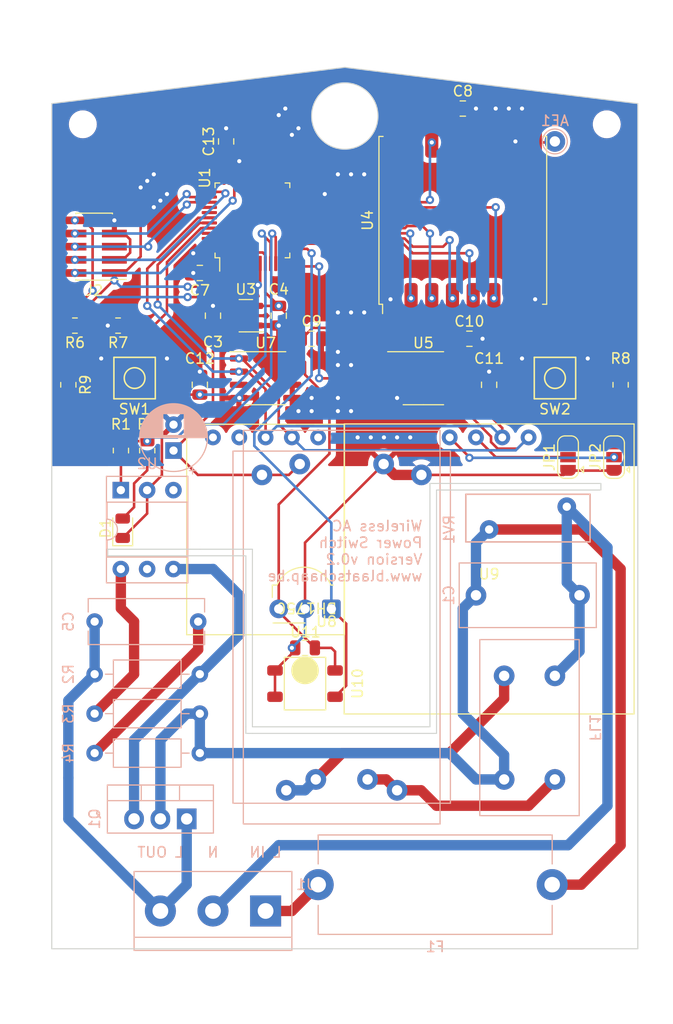
<source format=kicad_pcb>
(kicad_pcb (version 20221018) (generator pcbnew)
  (layers (0 "F.Cu" signal) (31 "B.Cu" signal) (34 "B.Paste" user) (35 "F.Paste" user) (36 "B.SilkS" user "B.Silkscreen") (37 "F.SilkS" user "F.Silkscreen") (38 "B.Mask" user) (39 "F.Mask" user) (44 "Edge.Cuts" user))
  (net 0 "")
  (net 1 "L_OUT")
  (net 2 "N")
  (net 3 "L_IN")
  (net 4 "Net-(Q1-G)")
  (net 5 "Net-(R1-Pad2)")
  (net 6 "Net-(R3-Pad1)")
  (net 7 "GND")
  (net 8 "L_FUSED")
  (net 9 "+5V")
  (net 10 "Net-(PS1-AC{slash}L)")
  (net 11 "Net-(PS1-AC{slash}N)")
  (net 12 "+3V3")
  (net 13 "AC_POWER_ON")
  (net 14 "Net-(AE1-A)")
  (net 15 "BTN1")
  (net 16 "BTN2")
  (net 17 "Net-(C5-Pad1)")
  (net 23 "TMS")
  (net 24 "TCK")
  (net 25 "SPI_CS")
  (net 26 "SPI_SCK")
  (net 27 "SPI_MISO")
  (net 28 "SPI_MOSI")
  (net 29 "SPI_CS3")
  (net 30 "SPI_CS2")
  (net 32 "SPI_RST")
  (net 33 "SPI_INT")
  (net 43 "TDO")
  (net 44 "TDI")
  (net 45 "nSRST")
  (net 46 "Net-(U1-BOOT0)")
  (net 47 "nTRST")
  (net 59 "Net-(D1-A)")
  (net 62 "SDA")
  (net 63 "SCL")
  (net 66 "IR")
  (net 71 "Net-(JP1-C)")
  (net 72 "Net-(JP2-C)")
  (footprint "Package_SO:SO-8_3.9x4.9mm_P1.27mm" (layer "F.Cu") (at 120.65 56.515)
    (fp_text reference "U7")
    (fp_text value "LM75B")
  )
  (footprint "Package_QFP:LQFP-48_7x7mm_P0.5mm" (layer "F.Cu") (at 119.38 41.275 90)
    (fp_text reference "U1")
    (fp_text value "STM32F103C8Tx")
  )
  (footprint "Capacitor_SMD:C_0805_2012Metric" (layer "F.Cu") (at 116.84 33.655 90)
    (fp_text reference "C13")
    (fp_text value "C_Small")
  )
  (footprint "Capacitor_SMD:C_0805_2012Metric" (layer "F.Cu") (at 124.46 82.55 180)
    (fp_text reference "C6")
    (fp_text value "C_Small")
  )
  (footprint "Resistor_SMD:R_0805_2012Metric" (layer "F.Cu") (at 106.4025 51.435 180)
    (fp_text reference "R7")
    (fp_text value "R_Small")
  )
  (footprint "AvS_Modules:MOD_OLED_I2C_128x64_0.96" (layer "F.Cu") (at 142.24 74.93)
    (fp_text reference "U9")
    (fp_text value "MOD_OLED_I2C")
  )
  (footprint "Resistor_SMD:R_0805_2012Metric" (layer "F.Cu") (at 106.68 63.5 -90)
    (fp_text reference "R1")
    (fp_text value "330R")
  )
  (footprint "RF_Module:HOPERF_RFM9XW_SMD" (layer "F.Cu") (at 139.7 41.275 90)
    (fp_text reference "U4")
    (fp_text value "RFM69HCW")
  )
  (footprint "LED_SMD:LED_0805_2012Metric" (layer "F.Cu") (at 106.85 71 90)
    (fp_text reference "D1")
    (fp_text value "LED")
  )
  (footprint "Capacitor_SMD:C_0805_2012Metric" (layer "F.Cu") (at 139.7 30.48)
    (fp_text reference "C8")
    (fp_text value "C_Small")
  )
  (footprint "Resistor_SMD:R_0805_2012Metric" (layer "F.Cu") (at 101.6 57.15 -90)
    (fp_text reference "R9")
    (fp_text value "10K")
  )
  (footprint "Capacitor_SMD:C_0805_2012Metric" (layer "F.Cu") (at 114.3 57.15 -90)
    (fp_text reference "C12")
    (fp_text value "C_Small")
  )
  (footprint "AvS_Sensor:IRM-H6XXT-TR2" (layer "F.Cu") (at 124.46 86 90)
    (fp_text reference "U10")
    (fp_text value "~")
  )
  (footprint "MountingHole:MountingHole_2.2mm_M2" (layer "F.Cu") (at 103 32)
    (fp_text reference "H1" hide)
    (fp_text value "MountingHole")
  )
  (footprint "Jumper:SolderJumper-3_P1.3mm_Open_RoundedPad1.0x1.5mm" (layer "F.Cu") (at 154.305 64.135 90)
    (fp_text reference "JP2")
    (fp_text value "SolderJumper_3_Open")
  )
  (footprint "Capacitor_SMD:C_0805_2012Metric" (layer "F.Cu") (at 121.92 50.48 -90)
    (fp_text reference "C4")
    (fp_text value "C_Small")
  )
  (footprint "AvS_Modules:MOD_BH1750" (layer "F.Cu") (at 120.65 71.12 180)
    (fp_text reference "U8")
    (fp_text value "MOD_BH1750")
  )
  (footprint "Package_SO:SOIC-8_3.9x4.9mm_P1.27mm" (layer "F.Cu") (at 135.89 56.515)
    (fp_text reference "U5")
    (fp_text value "AT24CS01-SSHM")
  )
  (footprint "Jumper:SolderJumper-3_P1.3mm_Open_RoundedPad1.0x1.5mm" (layer "F.Cu") (at 149.86 64.135 90)
    (fp_text reference "JP1")
    (fp_text value "SolderJumper_3_Open")
  )
  (footprint "Capacitor_SMD:C_0805_2012Metric" (layer "F.Cu") (at 142.24 57.15 -90)
    (fp_text reference "C11")
    (fp_text value "C_Small")
  )
  (footprint "Resistor_SMD:R_0805_2012Metric" (layer "F.Cu") (at 109.22 63.5 90)
    (fp_text reference "R5")
    (fp_text value "330R")
  )
  (footprint "Capacitor_SMD:C_0805_2012Metric" (layer "F.Cu") (at 140.335 52.705)
    (fp_text reference "C10")
    (fp_text value "C_Small")
  )
  (footprint "Capacitor_SMD:C_0805_2012Metric" (layer "F.Cu") (at 114.3 46.355 180)
    (fp_text reference "C7")
    (fp_text value "C_Small")
  )
  (footprint "OptoDevice:Vishay_MOLD-3Pin" (layer "F.Cu") (at 127 78.785 180)
    (fp_text reference "U11")
    (fp_text value "TSOP348xx")
  )
  (footprint "Resistor_SMD:R_0805_2012Metric" (layer "F.Cu") (at 154.94 57.15 -90)
    (fp_text reference "R8")
    (fp_text value "10K")
  )
  (footprint "Package_TO_SOT_SMD:SOT-23" (layer "F.Cu") (at 118.745 50.48 180)
    (fp_text reference "U3")
    (fp_text value "AP2127N-3.3")
  )
  (footprint "MountingHole:MountingHole_2.2mm_M2" (layer "F.Cu") (at 103 109)
    (fp_text reference "H4" hide)
    (fp_text value "MountingHole")
  )
  (footprint "MountingHole:MountingHole_2.2mm_M2" (layer "F.Cu") (at 153.6 109)
    (fp_text reference "H3" hide)
    (fp_text value "MountingHole")
  )
  (footprint "AvS_Button:TS-1187" (layer "F.Cu") (at 148.6 56.5)
    (fp_text reference "SW2")
    (fp_text value "SW_Push")
  )
  (footprint "Capacitor_SMD:C_0805_2012Metric" (layer "F.Cu") (at 125.095 52.705)
    (fp_text reference "C9")
    (fp_text value "C_Small")
  )
  (footprint "MountingHole:MountingHole_2.2mm_M2" (layer "F.Cu") (at 153.6 32)
    (fp_text reference "H2" hide)
    (fp_text value "MountingHole")
  )
  (footprint "Connector_PinHeader_1.27mm:PinHeader_2x05_P1.27mm_Vertical_SMD" (layer "F.Cu") (at 104.095 43.815 180)
    (fp_text reference "J2")
    (fp_text value "Conn_02x05_Odd_Even")
  )
  (footprint "Resistor_SMD:R_0805_2012Metric" (layer "F.Cu") (at 102.235 51.435 180)
    (fp_text reference "R6")
    (fp_text value "R_Small")
  )
  (footprint "AvS_Button:TS-1187" (layer "F.Cu") (at 108 56.5)
    (fp_text reference "SW1")
    (fp_text value "SW_Push")
  )
  (footprint "Capacitor_SMD:C_0805_2012Metric" (layer "F.Cu") (at 115.57 50.48 90)
    (fp_text reference "C3")
    (fp_text value "C_Small")
  )
  (footprint "Package_TO_SOT_THT:TO-220-3_Vertical" (layer "B.Cu") (at 113.03 99.06 180)
    (fp_text reference "Q1")
    (fp_text value "BT138-800")
  )
  (footprint "Varistor:RV_Disc_D12mm_W4.6mm_P7.5mm" (layer "B.Cu") (at 142.24 71.12)
    (fp_text reference "RV1")
    (fp_text value "10D561K")
  )
  (footprint "Resistor_THT:R_Axial_DIN0207_L6.3mm_D2.5mm_P10.16mm_Horizontal" (layer "B.Cu") (at 114.3 85.09 180)
    (fp_text reference "R2")
    (fp_text value "330R")
  )
  (footprint "TestPoint:TestPoint_THTPad_D2.0mm_Drill1.0mm" (layer "B.Cu") (at 148.59 33.655 180)
    (fp_text reference "AE1")
    (fp_text value "Antenna")
  )
  (footprint "Resistor_THT:R_Axial_DIN0207_L6.3mm_D2.5mm_P10.16mm_Horizontal" (layer "B.Cu") (at 104.14 92.71)
    (fp_text reference "R4")
    (fp_text value "39R")
  )
  (footprint "Capacitor_THT:C_Rect_L11.0mm_W4.2mm_P10.00mm_MKT" (layer "B.Cu") (at 114.14 80.01 180)
    (fp_text reference "C5")
    (fp_text value "15 nF")
  )
  (footprint "Fuse:Fuseholder_Cylinder-5x20mm_Stelvio-Kontek_PTF78_Horizontal_Open" (layer "B.Cu") (at 125.73 105.41)
    (fp_text reference "F1")
    (fp_text value "Fuse_Small")
  )
  (footprint "Capacitor_THT:CP_Radial_D6.3mm_P2.50mm" (layer "B.Cu") (at 111.76 63.5 90)
    (fp_text reference "C2" hide)
    (fp_text value "220uF" hide)
  )
  (footprint "Resistor_THT:R_Axial_DIN0207_L6.3mm_D2.5mm_P10.16mm_Horizontal" (layer "B.Cu") (at 104.14 88.9)
    (fp_text reference "R3")
    (fp_text value "330R")
  )
  (footprint "TerminalBlock:TerminalBlock_bornier-3_P5.08mm" (layer "B.Cu") (at 120.65 107.95 180)
    (fp_text reference "J1")
    (fp_text value "Screw_Terminal_01x03")
  )
  (footprint "Package_DIP:DIP-6_W7.62mm_Socket" (layer "B.Cu") (at 106.67 67.32 -90)
    (fp_text reference "U2")
    (fp_text value "MOC3063M")
  )
  (footprint "Capacitor_THT:C_Rect_L13.0mm_W6.0mm_P10.00mm_FKS3_FKP3_MKS4" (layer "B.Cu") (at 140.97 77.47)
    (fp_text reference "C1")
    (fp_text value "X 100nF")
  )
  (footprint "AvS_ACDC:Converter_ACDC_CombinedFootprint" (layer "B.Cu") (at 128 80.55 90)
    (fp_text reference "PS1" hide)
    (fp_text value "HLK-PM01" hide)
  )
  (footprint "AvS_Inductor:CommonModeChoke_PDMCAT1386" (layer "B.Cu") (at 146.14 90.25 90)
    (fp_text reference "FL1")
    (fp_text value "Filter_EMI_CommonMode")
  )
  (gr_line (start 114.3 73.025) (end 119.38 73.025) (stroke (width 0.1)) (layer "Edge.Cuts"))
  (gr_line (start 136.525 90.17) (end 119.38 90.17) (stroke (width 0.1)) (layer "Edge.Cuts"))
  (gr_line locked (start 100 111.6) (end 156.6 111.6) (stroke (width 0.1)) (layer "Edge.Cuts"))
  (gr_line (start 118.745 73.66) (end 118.745 90.17) (stroke (width 0.1)) (layer "Edge.Cuts"))
  (gr_line (start 114.3 73.025) (end 105.41 73.025) (stroke (width 0.1)) (layer "Edge.Cuts"))
  (gr_line (start 137.16 90.17) (end 137.16 90.805) (stroke (width 0.1)) (layer "Edge.Cuts"))
  (gr_line (start 119.38 90.805) (end 118.745 90.805) (stroke (width 0.1)) (layer "Edge.Cuts"))
  (gr_line locked (start 128.3 26.5) (end 156.6 30) (stroke (width 0.1)) (layer "Edge.Cuts"))
  (gr_line (start 137.16 90.17) (end 137.16 67.31) (stroke (width 0.1)) (layer "Edge.Cuts"))
  (gr_line locked (start 156.6 30) (end 156.6 111.6) (stroke (width 0.1)) (layer "Edge.Cuts"))
  (gr_line locked (start 100 30) (end 100 111.6) (stroke (width 0.1)) (layer "Edge.Cuts"))
  (gr_line (start 137.16 67.31) (end 153.035 67.31) (stroke (width 0.1)) (layer "Edge.Cuts"))
  (gr_line (start 153.035 66.675) (end 136.525 66.675) (stroke (width 0.1)) (layer "Edge.Cuts"))
  (gr_line (start 105.41 73.025) (end 105.41 73.66) (stroke (width 0.1)) (layer "Edge.Cuts"))
  (gr_line (start 136.525 66.675) (end 136.525 90.17) (stroke (width 0.1)) (layer "Edge.Cuts"))
  (gr_line (start 119.38 90.805) (end 137.16 90.805) (stroke (width 0.1)) (layer "Edge.Cuts"))
  (gr_line (start 118.745 90.805) (end 118.745 90.17) (stroke (width 0.1)) (layer "Edge.Cuts"))
  (gr_line (start 105.41 73.66) (end 118.745 73.66) (stroke (width 0.1)) (layer "Edge.Cuts"))
  (gr_line locked (start 100 30) (end 128.3 26.5) (stroke (width 0.1)) (layer "Edge.Cuts"))
  (gr_line (start 119.38 90.17) (end 119.38 73.025) (stroke (width 0.1)) (layer "Edge.Cuts"))
  (gr_circle locked (center 128.3 31.2) (end 128.3 28) (stroke (width 0.1)) (fill none) (layer "Edge.Cuts"))
  (gr_line (start 153.035 67.31) (end 153.035 66.675) (stroke (width 0.1)) (layer "Edge.Cuts"))
  (gr_text "N" (at 115.57 102.87) (layer "B.SilkS") (effects (font (size 1 1)) (justify bottom mirror)))
  (gr_text "Wireless AC\nPower Switch\nVersion v0.2\nwww.blaatschaap.be" (at 135.89 76.2) (layer "B.SilkS") (effects (font (size 1 1)) (justify left bottom mirror)))
  (gr_text "L IN" (at 120.65 102.87) (layer "B.SilkS") (effects (font (size 1 1)) (justify bottom mirror)))
  (gr_text "L OUT" (at 110.49 102.87) (layer "B.SilkS") (effects (font (size 1 1)) (justify bottom mirror)))
  (segment (start 104.14 80.01) (end 104.14 85.09) (width 1) (layer "B.Cu") (net 1))
  (segment (start 107.265512 104.725512) (end 110.49 107.95) (width 1) (layer "B.Cu") (net 1))
  (segment (start 110.49 107.95) (end 101.6 99.06) (width 1) (layer "B.Cu") (net 1))
  (segment (start 101.6 95.094488) (end 101.6 87.63) (width 1) (layer "B.Cu") (net 1))
  (segment (start 101.6 87.63) (end 104.14 85.09) (width 1) (layer "B.Cu") (net 1))
  (segment (start 101.6 99.06) (end 101.6 95.094488) (width 1) (layer "B.Cu") (net 1))
  (segment (start 113.03 99.06) (end 113.03 105.41) (width 1) (layer "B.Cu") (net 1))
  (segment (start 113.03 105.41) (end 110.49 107.95) (width 1) (layer "B.Cu") (net 1))
  (segment (start 121.92 101.6) (end 115.57 107.95) (width 1) (layer "B.Cu") (net 2))
  (segment (start 150.97 82.87) (end 148.59 85.25) (width 1) (layer "B.Cu") (net 2))
  (segment (start 150.97 77.47) (end 150.97 82.87) (width 1) (layer "B.Cu") (net 2))
  (segment (start 153.67 97.79) (end 149.86 101.6) (width 1) (layer "B.Cu") (net 2))
  (segment (start 149.74 76.24) (end 150.97 77.47) (width 1) (layer "B.Cu") (net 2))
  (segment (start 153.67 72.85) (end 153.67 97.79) (width 1) (layer "B.Cu") (net 2))
  (segment (start 149.74 68.92) (end 153.67 72.85) (width 1) (layer "B.Cu") (net 2))
  (segment (start 149.74 68.92) (end 149.74 76.24) (width 1) (layer "B.Cu") (net 2))
  (segment (start 149.86 101.6) (end 121.92 101.6) (width 1) (layer "B.Cu") (net 2))
  (segment (start 123.19 107.95) (end 120.65 107.95) (width 1) (layer "F.Cu") (net 3))
  (segment (start 123.19 107.95) (end 125.73 105.41) (width 1) (layer "F.Cu") (net 3))
  (segment (start 115.57 74.93) (end 115.56 74.94) (width 1) (layer "B.Cu") (net 4))
  (segment (start 115.56 74.94) (end 111.75 74.94) (width 1) (layer "B.Cu") (net 4))
  (segment (start 118.11 81.28) (end 118.11 77.47) (width 1) (layer "B.Cu") (net 4))
  (segment (start 107.95 91.44) (end 107.95 99.06) (width 1) (layer "B.Cu") (net 4))
  (segment (start 114.3 85.09) (end 118.11 81.28) (width 1) (layer "B.Cu") (net 4))
  (segment (start 118.11 77.47) (end 115.57 74.93) (width 1) (layer "B.Cu") (net 4))
  (segment (start 114.3 85.09) (end 107.95 91.44) (width 1) (layer "B.Cu") (net 4))
  (segment (start 106.68 64.4125) (end 106.68 67.31) (width 0.25) (layer "F.Cu") (net 5))
  (segment (start 106.68 67.31) (end 106.67 67.32) (width 0.25) (layer "F.Cu") (net 5))
  (segment (start 104.14 88.9) (end 107.95 85.09) (width 1) (layer "F.Cu") (net 6))
  (segment (start 107.95 85.09) (end 107.95 80.01) (width 1) (layer "F.Cu") (net 6))
  (segment (start 107.95 80.01) (end 106.67 78.73) (width 1) (layer "F.Cu") (net 6))
  (segment (start 106.67 78.73) (end 106.67 74.94) (width 1) (layer "F.Cu") (net 6))
  (segment (start 113.665 44.272236) (end 113.665 44.45) (width 0.25) (layer "F.Cu") (net 7))
  (segment (start 106.045 45.085) (end 106.875 45.085) (width 0.25) (layer "F.Cu") (net 7))
  (segment (start 121.56 87.27) (end 121.56 84.73) (width 0.25) (layer "F.Cu") (net 7))
  (segment (start 114.412236 43.525) (end 113.665 44.272236) (width 0.25) (layer "F.Cu") (net 7))
  (segment (start 123.5425 39.025) (end 126.075 39.025) (width 0.25) (layer "F.Cu") (net 7))
  (segment (start 124.46 78.785) (end 124.46 72.39) (width 0.25) (layer "F.Cu") (net 7))
  (segment (start 120.13 45.4375) (end 120.13 47.51) (width 0.25) (layer "F.Cu") (net 7))
  (segment (start 135.7 65.85) (end 149.445 65.85) (width 0.25) (layer "F.Cu") (net 7))
  (segment (start 110.635 65.895) (end 110.635 62.125) (width 0.25) (layer "F.Cu") (net 7))
  (segment (start 123.51 82.78) (end 123.19 82.55) (width 0.25) (layer "F.Cu") (net 7))
  (segment (start 110.635 62.125) (end 111.76 61) (width 0.25) (layer "F.Cu") (net 7))
  (segment (start 123.19 82.55) (end 123.51 82.55) (width 0.25) (layer "F.Cu") (net 7))
  (segment (start 115.2175 43.525) (end 114.412236 43.525) (width 0.25) (layer "F.Cu") (net 7))
  (segment (start 106.995 42.545) (end 106.045 42.545) (width 0.25) (layer "F.Cu") (net 7))
  (segment (start 121.56 84.73) (end 123.51 82.78) (width 0.25) (layer "F.Cu") (net 7))
  (segment (start 107.57 44.39) (end 107.57 43.12) (width 0.25) (layer "F.Cu") (net 7))
  (segment (start 133.1 65.85) (end 132.05 64.8) (width 1) (layer "F.Cu") (net 7))
  (segment (start 135.7 65.85) (end 133.1 65.85) (width 1) (layer "F.Cu") (net 7))
  (segment (start 117.475 49.53) (end 115.57 49.53) (width 0.25) (layer "F.Cu") (net 7))
  (segment (start 119.905 47.515) (end 119.905 47.51) (width 0.25) (layer "F.Cu") (net 7))
  (segment (start 126.075 39.025) (end 126.365 38.735) (width 0.25) (layer "F.Cu") (net 7))
  (segment (start 106.045 42.545) (end 106.045 41.275) (width 0.25) (layer "F.Cu") (net 7))
  (segment (start 149.86 65.435) (end 154.305 65.435) (width 0.25) (layer "F.Cu") (net 7))
  (segment (start 106.875 45.085) (end 107.57 44.39) (width 0.25) (layer "F.Cu") (net 7))
  (segment (start 149.445 65.85) (end 149.86 65.435) (width 0.25) (layer "F.Cu") (net 7))
  (segment (start 124.46 72.39) (end 132.05 64.8) (width 0.25) (layer "F.Cu") (net 7))
  (segment (start 109.21 67.32) (end 110.635 65.895) (width 0.25) (layer "F.Cu") (net 7))
  (segment (start 107.57 43.12) (end 106.995 42.545) (width 0.25) (layer "F.Cu") (net 7))
  (segment (start 120.015 47.625) (end 120.13 47.51) (width 0.25) (layer "F.Cu") (net 7))
  (segment (start 120.015 47.625) (end 119.905 47.515) (width 0.25) (layer "F.Cu") (net 7))
  (segment (start 117.13 36.257236) (end 117.827236 35.56) (width 0.25) (layer "F.Cu") (net 7))
  (segment (start 117.13 37.1125) (end 117.13 36.257236) (width 0.25) (layer "F.Cu") (net 7))
  (segment (start 117.827236 35.56) (end 118.11 35.56) (width 0.25) (layer "F.Cu") (net 7))
  (segment (start 106.85 71.9375) (end 109.21 69.5775) (width 0.25) (layer "F.Cu") (net 7))
  (segment (start 109.21 69.5775) (end 109.21 67.32) (width 0.25) (layer "F.Cu") (net 7))
  (via (at 109.855 40.005) (size 0.8) (drill 0.4) (layers "F.Cu" "B.Cu") (net 7))
  (via (at 134.62 62.23) (size 0.8) (drill 0.4) (layers "F.Cu" "B.Cu") (net 7))
  (via (at 125.095 58.42) (size 0.8) (drill 0.4) (layers "F.Cu" "B.Cu") (net 7))
  (via (at 128.905 55.245) (size 0.8) (drill 0.4) (layers "F.Cu" "B.Cu") (net 7))
  (via (at 151.765 54.61) (size 0.8) (drill 0.4) (layers "F.Cu" "B.Cu") (net 7))
  (via (at 114.3 55.88) (size 0.8) (drill 0.4) (layers "F.Cu" "B.Cu") (net 7))
  (via (at 141.605 52.705) (size 0.8) (drill 0.4) (layers "F.Cu" "B.Cu") (net 7))
  (via (at 109.22 37.465) (size 0.8) (drill 0.4) (layers "F.Cu" "B.Cu") (net 7))
  (via (at 106.045 41.275) (size 0.8) (drill 0.4) (layers "F.Cu" "B.Cu") (net 7))
  (via (at 110.49 39.37) (size 0.8) (drill 0.4) (layers "F.Cu" "B.Cu") (net 7))
  (via (at 116.84 32.385) (size 0.8) (drill 0.4) (layers "F.Cu" "B.Cu") (net 7))
  (via (at 109.855 36.83) (size 0.8) (drill 0.4) (layers "F.Cu" "B.Cu") (net 7))
  (via (at 140.97 30.48) (size 0.8) (drill 0.4) (layers "F.Cu" "B.Cu") (net 7))
  (via (at 146.685 48.895) (size 0.8) (drill 0.4) (layers "F.Cu" "B.Cu") (net 7))
  (via (at 119.905 47.51) (size 0.8) (drill 0.4) (layers "F.Cu" "B.Cu") (net 7))
  (via (at 130.175 36.83) (size 0.8) (drill 0.4) (layers "F.Cu" "B.Cu") (net 7))
  (via (at 132.715 48.895) (size 0.8) (drill 0.4) (layers "F.Cu" "B.Cu") (net 7))
  (via (at 111.125 54.61) (size 0.8) (drill 0.4) (layers "F.Cu" "B.Cu") (net 7))
  (via (at 127.635 59.69) (size 0.8) (drill 0.4) (layers "F.Cu" "B.Cu") (net 7))
  (via (at 118.11 58.42) (size 0.8) (drill 0.4) (layers "F.Cu" "B.Cu") (net 7))
  (via (at 105.41 51.435) (size 0.8) (drill 0.4) (layers "F.Cu" "B.Cu") (net 7))
  (via (at 130.175 50.165) (size 0.8) (drill 0.4) (layers "F.Cu" "B.Cu") (net 7))
  (via (at 108.585 38.1) (size 0.8) (drill 0.4) (layers "F.Cu" "B.Cu") (net 7))
  (via (at 133.35 58.42) (size 0.8) (drill 0.4) (layers "F.Cu" "B.Cu") (net 7))
  (via (at 142.875 30.48) (size 0.8) (drill 0.4) (layers "F.Cu" "B.Cu") (net 7))
  (via (at 144.78 33.655) (size 0.8) (drill 0.4) (layers "F.Cu" "B.Cu") (net 7))
  (via (at 127.635 58.42) (size 0.8) (drill 0.4) (layers "F.Cu" "B.Cu") (net 7))
  (via (at 128.905 59.69) (size 0.8) (drill 0.4) (layers "F.Cu" "B.Cu") (net 7))
  (via (at 145.415 54.61) (size 0.8) (drill 0.4) (layers "F.Cu" "B.Cu") (net 7))
  (via (at 113.665 44.45) (size 0.8) (drill 0.4) (layers "F.Cu" "B.Cu") (net 7))
  (via (at 123.19 82.55) (size 0.8) (drill 0.4) (layers "F.Cu" "B.Cu") (net 7))
  (via (at 123.19 33.02) (size 0.8) (drill 0.4) (layers "F.Cu" "B.Cu") (net 7))
  (via (at 130.81 62.23) (size 0.8) (drill 0.4) (layers "F.Cu" "B.Cu") (net 7))
  (via (at 125.095 59.69) (size 0.8) (drill 0.4) (layers "F.Cu" "B.Cu") (net 7))
  (via (at 115.57 49.53) (size 0.8) (drill 0.4) (layers "F.Cu" "B.Cu") (net 7))
  (via (at 123.825 59.69) (size 0.8) (drill 0.4) (layers "F.Cu" "B.Cu") (net 7))
  (via (at 128.905 36.83) (size 0.8) (drill 0.4) (layers "F.Cu" "B.Cu") (net 7))
  (via (at 118.11 35.56) (size 0.8) (drill 0.4) (layers "F.Cu" "B.Cu") (net 7))
  (via (at 144.145 30.48) (size 0.8) (drill 0.4) (layers "F.Cu" "B.Cu") (net 7))
  (via (at 129.54 62.23) (size 0.8) (drill 0.4) (layers "F.Cu" "B.Cu") (net 7))
  (via (at 128.905 50.165) (size 0.8) (drill 0.4) (layers "F.Cu" "B.Cu") (net 7))
  (via (at 127.635 53.975) (size 0.8) (drill 0.4) (layers "F.Cu" "B.Cu") (net 7))
  (via (at 123.825 32.385) (size 0.8) (drill 0.4) (layers "F.Cu" "B.Cu") (net 7))
  (via (at 121.92 51.435) (size 0.8) (drill 0.4) (layers "F.Cu" "B.Cu") (net 7))
  (via (at 127.635 36.83) (size 0.8) (drill 0.4) (layers "F.Cu" "B.Cu") (net 7))
  (via (at 121.92 31.115) (size 0.8) (drill 0.4) (layers "F.Cu" "B.Cu") (net 7))
  (via (at 113.665 46.355) (size 0.8) (drill 0.4) (layers "F.Cu" "B.Cu") (net 7))
  (via (at 132.08 62.23) (size 0.8) (drill 0.4) (layers "F.Cu" "B.Cu") (net 7))
  (via (at 127.635 50.165) (size 0.8) (drill 0.4) (layers "F.Cu" "B.Cu") (net 7))
  (via (at 127.635 55.245) (size 0.8) (drill 0.4) (layers "F.Cu" "B.Cu") (net 7))
  (via (at 126.365 38.735) (size 0.8) (drill 0.4) (layers "F.Cu" "B.Cu") (net 7))
  (via (at 145.415 30.48) (size 0.8) (drill 0.4) (layers "F.Cu" "B.Cu") (net 7))
  (via (at 104.775 54.61) (size 0.8) (drill 0.4) (layers "F.Cu" "B.Cu") (net 7))
  (via (at 142.24 55.88) (size 0.8) (drill 0.4) (layers "F.Cu" "B.Cu") (net 7))
  (via (at 133.35 62.23) (size 0.8) (drill 0.4) (layers "F.Cu" "B.Cu") (net 7))
  (via (at 122.555 30.48) (size 0.8) (drill 0.4) (layers "F.Cu" "B.Cu") (net 7))
  (via (at 111.125 38.735) (size 0.8) (drill 0.4) (layers "F.Cu" "B.Cu") (net 7))
  (segment (start 124.46 81.28) (end 124.46 78.785) (width 0.25) (layer "B.Cu") (net 7))
  (segment (start 123.19 82.55) (end 124.46 81.28) (width 0.25) (layer "B.Cu") (net 7))
  (segment (start 151.13 71.12) (end 142.24 71.12) (width 1) (layer "F.Cu") (net 8))
  (segment (start 154.94 74.93) (end 151.13 71.12) (width 1) (layer "F.Cu") (net 8))
  (segment (start 151.13 105.41) (end 154.94 101.6) (width 1) (layer "F.Cu") (net 8))
  (segment (start 148.33 105.41) (end 151.13 105.41) (width 1) (layer "F.Cu") (net 8))
  (segment (start 154.94 101.6) (end 154.94 74.93) (width 1) (layer "F.Cu") (net 8))
  (segment (start 110.49 91.44) (end 113.03 88.9) (width 1) (layer "B.Cu") (net 8))
  (segment (start 110.49 91.44) (end 110.49 99.06) (width 1) (layer "B.Cu") (net 8))
  (segment (start 139.7 78.74) (end 140.97 77.47) (width 1) (layer "B.Cu") (net 8))
  (segment (start 143.69 95.25) (end 143.69 92.89) (width 1) (layer "B.Cu") (net 8))
  (segment (start 143.69 92.89) (end 139.7 88.9) (width 1) (layer "B.Cu") (net 8))
  (segment (start 140.97 72.39) (end 142.24 71.12) (width 1) (layer "B.Cu") (net 8))
  (segment (start 140.97 77.47) (end 140.97 72.39) (width 1) (layer "B.Cu") (net 8))
  (segment (start 140.97 95.25) (end 143.69 95.25) (width 1) (layer "B.Cu") (net 8))
  (segment (start 139.7 88.9) (end 139.7 78.74) (width 1) (layer "B.Cu") (net 8))
  (segment (start 114.3 92.71) (end 138.43 92.71) (width 1) (layer "B.Cu") (net 8))
  (segment (start 113.03 88.9) (end 114.3 88.9) (width 1) (layer "B.Cu") (net 8))
  (segment (start 138.43 92.71) (end 140.97 95.25) (width 1) (layer "B.Cu") (net 8))
  (segment (start 114.3 88.9) (end 114.3 92.71) (width 1) (layer "B.Cu") (net 8))
  (segment (start 115.57 59.69) (end 115.57 51.43) (width 0.25) (layer "F.Cu") (net 9))
  (segment (start 120.3 65.85) (end 114.11 65.85) (width 0.25) (layer "F.Cu") (net 9))
  (segment (start 116.8575 51.43) (end 117.8075 50.48) (width 0.25) (layer "F.Cu") (net 9))
  (segment (start 122.9 65.85) (end 123.95 64.8) (width 0.25) (layer "F.Cu") (net 9))
  (segment (start 115.57 51.43) (end 116.8575 51.43) (width 0.25) (layer "F.Cu") (net 9))
  (segment (start 120.3 65.85) (end 122.9 65.85) (width 0.25) (layer "F.Cu") (net 9))
  (segment (start 114.11 65.85) (end 111.76 63.5) (width 0.25) (layer "F.Cu") (net 9))
  (segment (start 111.76 63.5) (end 115.57 59.69) (width 0.25) (layer "F.Cu") (net 9))
  (segment (start 132.3 95.25) (end 130.5 95.25) (width 1) (layer "F.Cu") (net 10))
  (segment (start 146.05 97.79) (end 137.16 97.79) (width 1) (layer "F.Cu") (net 10))
  (segment (start 137.16 97.79) (end 135.67 96.3) (width 1) (layer "F.Cu") (net 10))
  (segment (start 148.59 95.25) (end 146.05 97.79) (width 1) (layer "F.Cu") (net 10))
  (segment (start 135.67 96.3) (end 133.35 96.3) (width 1) (layer "F.Cu") (net 10))
  (segment (start 133.35 96.3) (end 132.3 95.25) (width 1) (layer "F.Cu") (net 10))
  (segment (start 143.69 87.45) (end 143.69 85.25) (width 1) (layer "F.Cu") (net 11))
  (segment (start 128.04 92.71) (end 138.43 92.71) (width 1) (layer "F.Cu") (net 11))
  (segment (start 125.5 95.25) (end 128.04 92.71) (width 1) (layer "F.Cu") (net 11))
  (segment (start 138.43 92.71) (end 143.69 87.45) (width 1) (layer "F.Cu") (net 11))
  (segment (start 124.45 96.3) (end 125.5 95.25) (width 1) (layer "B.Cu") (net 11))
  (segment (start 122.65 96.3) (end 124.45 96.3) (width 1) (layer "B.Cu") (net 11))
  (segment (start 108.585 40.005) (end 108.585 44.765) (width 0.25) (layer "F.Cu") (net 12))
  (segment (start 127.4 84.77) (end 127.36 84.73) (width 0.25) (layer "F.Cu") (net 12))
  (segment (start 120.63 48.24) (end 120.63 45.4375) (width 0.25) (layer "F.Cu") (net 12))
  (segment (start 148.9475 56.2375) (end 146.485 53.775) (width 0.25) (layer "F.Cu") (net 12))
  (segment (start 116.63 35.77) (end 116.63 37.1125) (width 0.25) (layer "F.Cu") (net 12))
  (segment (start 138.75 30.48) (end 132.285772 30.48) (width 0.25) (layer "F.Cu") (net 12))
  (segment (start 103.1475 54.69) (end 101.6 56.2375) (width 0.25) (layer "F.Cu") (net 12))
  (segment (start 116.887236 44.375) (end 116.63 44.632236) (width 0.25) (layer "F.Cu") (net 12))
  (segment (start 149.86 62.835) (end 154.305 62.835) (width 0.25) (layer "F.Cu") (net 12))
  (segment (start 115.25 46.355) (end 115.25 45.405) (width 0.25) (layer "F.Cu") (net 12))
  (segment (start 126.92497 27.869258) (end 120.189228 34.605) (width 0.25) (layer "F.Cu") (net 12))
  (segment (start 103.1475 49.8875) (end 103.1475 51.435) (width 0.25) (layer "F.Cu") (net 12))
  (segment (start 124.145 53.69) (end 123.225 54.61) (width 0.25) (layer "F.Cu") (net 12))
  (segment (start 106.045 46.355) (end 106.045 46.99) (width 0.25) (layer "F.Cu") (net 12))
  (segment (start 113.985 34.605) (end 113.665 34.925) (width 0.25) (layer "F.Cu") (net 12))
  (segment (start 125.195 51.655) (end 138.335 51.655) (width 0.25) (layer "F.Cu") (net 12))
  (segment (start 124.145 51.755) (end 124.145 52.705) (width 0.25) (layer "F.Cu") (net 12))
  (segment (start 121.92 49.53) (end 120.63 48.24) (width 0.25) (layer "F.Cu") (net 12))
  (segment (start 154.94 56.2375) (end 148.9475 56.2375) (width 0.25) (layer "F.Cu") (net 12))
  (segment (start 115.25 45.405) (end 115.92375 44.73125) (width 0.25) (layer "F.Cu") (net 12))
  (segment (start 116.84 34.605) (end 113.985 34.605) (width 0.25) (layer "F.Cu") (net 12))
  (segment (start 132.285772 30.48) (end 129.67503 27.869258) (width 0.25) (layer "F.Cu") (net 12))
  (segment (start 123.5425 38.525) (end 123.5425 35.9125) (width 0.25) (layer "F.Cu") (net 12))
  (segment (start 120.189228 34.605) (end 116.84 34.605) (width 0.25) (layer "F.Cu") (net 12))
  (segment (start 106.995 46.355) (end 106.045 46.355) (width 0.25) (layer "F.Cu") (net 12))
  (segment (start 139.385 53.59) (end 138.365 54.61) (width 0.25) (layer "F.Cu") (net 12))
  (segment (start 120.63 44.632236) (end 120.372764 44.375) (width 0.25) (layer "F.Cu") (net 12))
  (segment (start 115.92375 44.73125) (end 115.2175 44.025) (width 0.25) (layer "F.Cu") (net 12))
  (segment (start 127 82.55) (end 125.41 82.55) (width 0.25) (layer "F.Cu") (net 12))
  (segment (start 120.63 45.4375) (end 120.63 44.632236) (width 0.25) (layer "F.Cu") (net 12))
  (segment (start 124.46 56.180305) (end 124.46 54.970001) (width 0.25) (layer "F.Cu") (net 12))
  (segment (start 116.63 45.4375) (end 115.92375 44.73125) (width 0.25) (layer "F.Cu") (net 12))
  (segment (start 116.84 35.56) (end 116.84 34.605) (width 0.25) (layer "F.Cu") (net 12))
  (segment (start 106.045 46.99) (end 106.045 47.145) (width 0.25) (layer "F.Cu") (net 12))
  (segment (start 140.455 53.775) (end 139.385 52.705) (width 0.25) (layer "F.Cu") (net 12))
  (segment (start 126.817 63.806833) (end 126.817 58.537305) (width 0.25) (layer "F.Cu") (net 12))
  (segment (start 138.335 51.655) (end 139.385 52.705) (width 0.25) (layer "F.Cu") (net 12))
  (segment (start 123.5425 35.9125) (end 122.235 34.605) (width 0.25) (layer "F.Cu") (net 12))
  (segment (start 113.665 34.925) (end 108.585 40.005) (width 0.25) (layer "F.Cu") (net 12))
  (segment (start 138.7 33.75) (end 138.7 30.53) (width 0.25) (layer "F.Cu") (net 12))
  (segment (start 154.305 62.835) (end 155.965 61.175) (width 0.25) (layer "F.Cu") (net 12))
  (segment (start 127.36 84.73) (end 127.36 82.91) (width 0.25) (layer "F.Cu") (net 12))
  (segment (start 126.817 58.537305) (end 124.46 56.180305) (width 0.25) (layer "F.Cu") (net 12))
  (segment (start 122.235 34.605) (end 120.189228 34.605) (width 0.25) (layer "F.Cu") (net 12))
  (segment (start 121.92 68.703833) (end 126.817 63.806833) (width 0.25) (layer "F.Cu") (net 12))
  (segment (start 124.46 54.970001) (end 124.099999 54.61) (width 0.25) (layer "F.Cu") (net 12))
  (segment (start 125.41 82.55) (end 121.92 79.06) (width 0.25) (layer "F.Cu") (net 12))
  (segment (start 129.67503 27.869258) (end 126.92497 27.869258) (width 0.25) (layer "F.Cu") (net 12))
  (segment (start 103.1475 51.435) (end 103.1475 54.69) (width 0.25) (layer "F.Cu") (net 12))
  (segment (start 139.385 52.705) (end 139.385 53.59) (width 0.25) (layer "F.Cu") (net 12))
  (segment (start 155.965 61.175) (end 155.965 57.2625) (width 0.25) (layer "F.Cu") (net 12))
  (segment (start 124.099999 54.61) (end 123.225 54.61) (width 0.25) (layer "F.Cu") (net 12))
  (segment (start 127.36 82.91) (end 127 82.55) (width 0.25) (layer "F.Cu") (net 12))
  (segment (start 121.92 79.06) (end 121.92 78.785) (width 0.25) (layer "F.Cu") (net 12))
  (segment (start 120.372764 44.375) (end 116.887236 44.375) (width 0.25) (layer "F.Cu") (net 12))
  (segment (start 113.925 47.68) (end 113.12 47.68) (width 0.25) (layer "F.Cu") (net 12))
  (segment (start 116.63 35.77) (end 116.84 35.56) (width 0.25) (layer "F.Cu") (net 12))
  (segment (start 124.145 52.705) (end 124.145 53.69) (width 0.25) (layer "F.Cu") (net 12))
  (segment (start 108.585 44.765) (end 106.995 46.355) (width 0.25) (layer "F.Cu") (net 12))
  (segment (start 124.145 52.705) (end 125.195 51.655) (width 0.25) (layer "F.Cu") (net 12))
  (segment (start 116.63 44.632236) (end 116.63 45.4375) (width 0.25) (layer "F.Cu") (net 12))
  (segment (start 121.92 49.53) (end 124.145 51.755) (width 0.25) (layer "F.Cu") (net 12))
  (segment (start 115.25 46.355) (end 113.925 47.68) (width 0.25) (layer "F.Cu") (net 12))
  (segment (start 155.965 57.2625) (end 154.94 56.2375) (width 0.25) (layer "F.Cu") (net 12))
  (segment (start 119.6825 49.53) (end 121.92 49.53) (width 0.25) (layer "F.Cu") (net 12))
  (segment (start 106.045 46.99) (end 103.1475 49.8875) (width 0.25) (layer "F.Cu") (net 12))
  (segment (start 121.92 78.785) (end 121.92 68.703833) (width 0.25) (layer "F.Cu") (net 12))
  (segment (start 146.485 53.775) (end 140.455 53.775) (width 0.25) (layer "F.Cu") (net 12))
  (segment (start 138.7 30.53) (end 138.75 30.48) (width 0.25) (layer "F.Cu") (net 12))
  (via (at 113.12 47.68) (size 0.8) (drill 0.4) (layers "F.Cu" "B.Cu") (net 12))
  (via (at 106.045 47.08) (size 0.8) (drill 0.4) (layers "F.Cu" "B.Cu") (net 12))
  (via (at 121.92 49.53) (size 0.8) (drill 0.4) (layers "F.Cu" "B.Cu") (net 12))
  (segment (start 106.645 47.68) (end 106.045 47.08) (width 0.25) (layer "B.Cu") (net 12))
  (segment (start 113.12 47.68) (end 106.645 47.68) (width 0.25) (layer "B.Cu") (net 12))
  (segment (start 109.22 62.5875) (end 106.68 62.5875) (width 0.25) (layer "F.Cu") (net 13))
  (segment (start 121.63 42.89) (end 121.285 42.545) (width 0.25) (layer "F.Cu") (net 13))
  (segment (start 121.63 45.4375) (end 121.63 42.89) (width 0.25) (layer "F.Cu") (net 13))
  (via (at 121.285 42.545) (size 0.8) (drill 0.4) (layers "F.Cu" "B.Cu") (net 13))
  (via (at 109.22 62.5875) (size 0.8) (drill 0.4) (layers "F.Cu" "B.Cu") (net 13))
  (segment (start 121.285 42.545) (end 121.195 42.635) (width 0.25) (layer "B.Cu") (net 13))
  (segment (start 113.390991 60.96) (end 112.120991 62.23) (width 0.25) (layer "B.Cu") (net 13))
  (segment (start 109.5775 62.23) (end 109.22 62.5875) (width 0.25) (layer "B.Cu") (net 13))
  (segment (start 116.595305 60.96) (end 113.390991 60.96) (width 0.25) (layer "B.Cu") (net 13))
  (segment (start 112.120991 62.23) (end 109.5775 62.23) (width 0.25) (layer "B.Cu") (net 13))
  (segment (start 121.195 56.360305) (end 116.595305 60.96) (width 0.25) (layer "B.Cu") (net 13))
  (segment (start 121.195 42.635) (end 121.195 56.360305) (width 0.25) (layer "B.Cu") (net 13))
  (segment (start 148.495 33.75) (end 148.59 33.655) (width 0.25) (layer "F.Cu") (net 14))
  (segment (start 146.7 33.75) (end 148.495 33.75) (width 0.25) (layer "F.Cu") (net 14))
  (segment (start 121.13 43.415305) (end 120.284997 42.570302) (width 0.25) (layer "F.Cu") (net 15))
  (segment (start 121.13 45.4375) (end 121.13 43.415305) (width 0.25) (layer "F.Cu") (net 15))
  (segment (start 120.284997 42.570302) (end 120.284997 42.545) (width 0.25) (layer "F.Cu") (net 15))
  (segment (start 114.3 58.1) (end 101.6375 58.1) (width 0.25) (layer "F.Cu") (net 15))
  (segment (start 101.6375 58.1) (end 101.6 58.0625) (width 0.25) (layer "F.Cu") (net 15))
  (via (at 114.3 58.1) (size 0.8) (drill 0.4) (layers "F.Cu" "B.Cu") (net 15))
  (via (at 120.284997 42.545) (size 0.8) (drill 0.4) (layers "F.Cu" "B.Cu") (net 15))
  (segment (start 120.284997 42.545) (end 120.63 42.890003) (width 0.25) (layer "B.Cu") (net 15))
  (segment (start 120.63 54.350305) (end 116.880305 58.1) (width 0.25) (layer "B.Cu") (net 15))
  (segment (start 116.880305 58.1) (end 114.3 58.1) (width 0.25) (layer "B.Cu") (net 15))
  (segment (start 120.63 42.890003) (end 120.63 54.350305) (width 0.25) (layer "B.Cu") (net 15))
  (segment (start 127.635 56.525) (end 125.83 56.525) (width 0.25) (layer "F.Cu") (net 16))
  (segment (start 125.83 56.525) (end 125.82 56.515) (width 0.25) (layer "F.Cu") (net 16))
  (segment (start 152.0375 58.0625) (end 151.75 58.35) (width 0.25) (layer "F.Cu") (net 16))
  (segment (start 127.635 56.525) (end 140.665 56.525) (width 0.25) (layer "F.Cu") (net 16))
  (segment (start 142.24 58.1) (end 145.2 58.1) (width 0.25) (layer "F.Cu") (net 16))
  (segment (start 140.665 56.525) (end 142.24 58.1) (width 0.25) (layer "F.Cu") (net 16))
  (segment (start 122.4125 45.72) (end 125.82 45.72) (width 0.25) (layer "F.Cu") (net 16))
  (segment (start 154.94 58.0625) (end 152.0375 58.0625) (width 0.25) (layer "F.Cu") (net 16))
  (segment (start 142.24 58.1) (end 154.9025 58.1) (width 0.25) (layer "F.Cu") (net 16))
  (segment (start 154.9025 58.1) (end 154.94 58.0625) (width 0.25) (layer "F.Cu") (net 16))
  (segment (start 126.99 56.525) (end 127.635 56.525) (width 0.25) (layer "F.Cu") (net 16))
  (segment (start 122.13 45.4375) (end 122.4125 45.72) (width 0.25) (layer "F.Cu") (net 16))
  (segment (start 145.2 58.1) (end 145.45 58.35) (width 0.25) (layer "F.Cu") (net 16))
  (via (at 125.82 56.515) (size 0.8) (drill 0.4) (layers "F.Cu" "B.Cu") (net 16))
  (via (at 125.82 45.72) (size 0.8) (drill 0.4) (layers "F.Cu" "B.Cu") (net 16))
  (segment (start 125.82 45.72) (end 125.82 56.515) (width 0.25) (layer "B.Cu") (net 16))
  (segment (start 104.14 92.71) (end 114.14 82.71) (width 1) (layer "F.Cu") (net 17))
  (segment (start 114.14 82.71) (end 114.14 80.01) (width 1) (layer "F.Cu") (net 17))
  (segment (start 117.475 39.37) (end 117.63 39.215) (width 0.25) (layer "F.Cu") (net 23))
  (segment (start 117.63 39.215) (end 117.63 37.1125) (width 0.25) (layer "F.Cu") (net 23))
  (via (at 102.235 46.355) (size 0.8) (drill 0.4) (layers "F.Cu" "B.Cu") (net 23))
  (via (at 117.475 39.37) (size 0.8) (drill 0.4) (layers "F.Cu" "B.Cu") (net 23))
  (segment (start 110.49 46.355) (end 117.475 39.37) (width 0.25) (layer "B.Cu") (net 23))
  (segment (start 102.235 46.355) (end 110.49 46.355) (width 0.25) (layer "B.Cu") (net 23))
  (segment (start 116.767891 38.662891) (end 116.63 38.525) (width 0.25) (layer "F.Cu") (net 24))
  (segment (start 116.63 38.525) (end 115.2175 38.525) (width 0.25) (layer "F.Cu") (net 24))
  (via (at 116.767891 38.662891) (size 0.8) (drill 0.4) (layers "F.Cu" "B.Cu") (net 24))
  (via (at 102.235 45.085) (size 0.8) (drill 0.4) (layers "F.Cu" "B.Cu") (net 24))
  (segment (start 116.767891 38.807109) (end 116.767891 38.662891) (width 0.25) (layer "B.Cu") (net 24))
  (segment (start 102.235 45.085) (end 110.49 45.085) (width 0.25) (layer "B.Cu") (net 24))
  (segment (start 110.49 45.085) (end 116.767891 38.807109) (width 0.25) (layer "B.Cu") (net 24))
  (segment (start 123.5425 43.525) (end 133.938299 43.525) (width 0.25) (layer "F.Cu") (net 25))
  (segment (start 133.938299 43.525) (end 134.863299 44.45) (width 0.25) (layer "F.Cu") (net 25))
  (segment (start 134.863299 44.45) (end 140.335 44.45) (width 0.25) (layer "F.Cu") (net 25))
  (via (at 140.7 48.8) (size 0.8) (drill 0.4) (layers "F.Cu" "B.Cu") (net 25))
  (via (at 140.335 44.45) (size 0.8) (drill 0.4) (layers "F.Cu" "B.Cu") (net 25))
  (segment (start 140.335 44.45) (end 140.335 48.435) (width 0.25) (layer "B.Cu") (net 25))
  (segment (start 140.335 48.435) (end 140.7 48.8) (width 0.25) (layer "B.Cu") (net 25))
  (segment (start 134.074695 43.025) (end 134.864695 43.815) (width 0.25) (layer "F.Cu") (net 26))
  (segment (start 134.864695 43.815) (end 137.795 43.815) (width 0.25) (layer "F.Cu") (net 26))
  (segment (start 137.795 43.815) (end 138.43 43.18) (width 0.25) (layer "F.Cu") (net 26))
  (segment (start 123.5425 43.025) (end 134.074695 43.025) (width 0.25) (layer "F.Cu") (net 26))
  (via (at 138.7 48.8) (size 0.8) (drill 0.4) (layers "F.Cu" "B.Cu") (net 26))
  (via (at 138.43 43.18) (size 0.8) (drill 0.4) (layers "F.Cu" "B.Cu") (net 26))
  (segment (start 138.43 43.18) (end 138.43 48.53) (width 0.25) (layer "B.Cu") (net 26))
  (segment (start 138.43 48.53) (end 138.7 48.8) (width 0.25) (layer "B.Cu") (net 26))
  (segment (start 134.6 42.525) (end 134.62 42.545) (width 0.25) (layer "F.Cu") (net 27))
  (segment (start 123.5425 42.525) (end 134.6 42.525) (width 0.25) (layer "F.Cu") (net 27))
  (via (at 134.7 48.8) (size 0.8) (drill 0.4) (layers "F.Cu" "B.Cu") (net 27))
  (via (at 134.62 42.545) (size 0.8) (drill 0.4) (layers "F.Cu" "B.Cu") (net 27))
  (segment (start 134.62 42.545) (end 134.62 48.72) (width 0.25) (layer "B.Cu") (net 27))
  (segment (start 134.62 48.72) (end 134.7 48.8) (width 0.25) (layer "B.Cu") (net 27))
  (segment (start 134.319695 41.82) (end 135.8 41.82) (width 0.25) (layer "F.Cu") (net 28))
  (segment (start 134.114695 42.025) (end 134.319695 41.82) (width 0.25) (layer "F.Cu") (net 28))
  (segment (start 123.5425 42.025) (end 134.114695 42.025) (width 0.25) (layer "F.Cu") (net 28))
  (segment (start 135.8 41.82) (end 136.525 42.545) (width 0.25) (layer "F.Cu") (net 28))
  (via (at 136.525 42.545) (size 0.8) (drill 0.4) (layers "F.Cu" "B.Cu") (net 28))
  (via (at 136.7 48.8) (size 0.8) (drill 0.4) (layers "F.Cu" "B.Cu") (net 28))
  (segment (start 136.525 48.625) (end 136.7 48.8) (width 0.25) (layer "B.Cu") (net 28))
  (segment (start 136.525 42.545) (end 136.525 48.625) (width 0.25) (layer "B.Cu") (net 28))
  (segment (start 142.855 40.025) (end 142.875 40.005) (width 0.25) (layer "F.Cu") (net 32))
  (segment (start 123.5425 40.025) (end 142.855 40.025) (width 0.25) (layer "F.Cu") (net 32))
  (via (at 142.7 48.8) (size 0.8) (drill 0.4) (layers "F.Cu" "B.Cu") (net 32))
  (via (at 142.875 40.005) (size 0.8) (drill 0.4) (layers "F.Cu" "B.Cu") (net 32))
  (segment (start 142.875 48.625) (end 142.7 48.8) (width 0.25) (layer "B.Cu") (net 32))
  (segment (start 142.875 40.005) (end 142.875 48.625) (width 0.25) (layer "B.Cu") (net 32))
  (segment (start 136.3 39.525) (end 136.525 39.3) (width 0.25) (layer "F.Cu") (net 33))
  (segment (start 123.5425 39.525) (end 136.3 39.525) (width 0.25) (layer "F.Cu") (net 33))
  (via (at 136.525 39.3) (size 0.8) (drill 0.4) (layers "F.Cu" "B.Cu") (net 33))
  (via (at 136.7 33.75) (size 0.8) (drill 0.4) (layers "F.Cu" "B.Cu") (net 33))
  (segment (start 136.525 39.3) (end 136.525 33.925) (width 0.25) (layer "B.Cu") (net 33))
  (segment (start 136.525 33.925) (end 136.7 33.75) (width 0.25) (layer "B.Cu") (net 33))
  (segment (start 114.3 39.525) (end 113.265307 39.525) (width 0.25) (layer "F.Cu") (net 43))
  (segment (start 113.265307 39.525) (end 113.042652 39.747655) (width 0.25) (layer "F.Cu") (net 43))
  (segment (start 114.3 39.525) (end 115.2175 39.525) (width 0.25) (layer "F.Cu") (net 43))
  (segment (start 113.765306 39.525) (end 114.3 39.525) (width 0.25) (layer "F.Cu") (net 43))
  (via (at 109.31 43.815) (size 0.8) (drill 0.4) (layers "F.Cu" "B.Cu") (net 43))
  (via (at 102.235 43.815) (size 0.8) (drill 0.4) (layers "F.Cu" "B.Cu") (net 43))
  (via (at 113.042652 39.747655) (size 0.8) (drill 0.4) (layers "F.Cu" "B.Cu") (net 43))
  (segment (start 109.31 43.480307) (end 109.31 43.815) (width 0.25) (layer "B.Cu") (net 43))
  (segment (start 113.042652 39.747655) (end 109.31 43.480307) (width 0.25) (layer "B.Cu") (net 43))
  (segment (start 102.235 43.815) (end 109.475306 43.815) (width 0.25) (layer "B.Cu") (net 43))
  (segment (start 113.32 39.025) (end 115.2175 39.025) (width 0.25) (layer "F.Cu") (net 44))
  (segment (start 113.03 38.735) (end 113.32 39.025) (width 0.25) (layer "F.Cu") (net 44))
  (via (at 102.235 42.545) (size 0.8) (drill 0.4) (layers "F.Cu" "B.Cu") (net 44))
  (via (at 113.03 38.735) (size 0.8) (drill 0.4) (layers "F.Cu" "B.Cu") (net 44))
  (segment (start 102.235 42.545) (end 109.22 42.545) (width 0.25) (layer "B.Cu") (net 44))
  (segment (start 109.22 42.545) (end 113.03 38.735) (width 0.25) (layer "B.Cu") (net 44))
  (segment (start 103.944847 42.124847) (end 103.095 41.275) (width 0.25) (layer "F.Cu") (net 45))
  (segment (start 103.944847 48.064847) (end 101.3225 50.687194) (width 0.25) (layer "F.Cu") (net 45))
  (segment (start 119.63 46.242764) (end 117.192761 48.680003) (width 0.25) (layer "F.Cu") (net 45))
  (segment (start 101.3225 50.687194) (end 101.3225 51.435) (width 0.25) (layer "F.Cu") (net 45))
  (segment (start 119.63 45.4375) (end 119.63 46.242764) (width 0.25) (layer "F.Cu") (net 45))
  (segment (start 117.192761 48.680003) (end 113.12 48.680003) (width 0.25) (layer "F.Cu") (net 45))
  (segment (start 103.944847 48.064847) (end 103.944847 42.124847) (width 0.25) (layer "F.Cu") (net 45))
  (segment (start 103.095 41.275) (end 102.145 41.275) (width 0.25) (layer "F.Cu") (net 45))
  (segment (start 102.235 41.275) (end 103.095 41.275) (width 0.25) (layer "F.Cu") (net 45))
  (via (at 102.235 41.275) (size 0.8) (drill 0.4) (layers "F.Cu" "B.Cu") (net 45))
  (via (at 103.944847 48.064847) (size 0.8) (drill 0.4) (layers "F.Cu" "B.Cu") (net 45))
  (via (at 113.12 48.680003) (size 0.8) (drill 0.4) (layers "F.Cu" "B.Cu") (net 45))
  (segment (start 113.12 48.680003) (end 104.560003 48.680003) (width 0.25) (layer "B.Cu") (net 45))
  (segment (start 104.560003 48.680003) (end 103.944847 48.064847) (width 0.25) (layer "B.Cu") (net 45))
  (segment (start 107.315 51.435) (end 109.855 51.435) (width 0.25) (layer "F.Cu") (net 46))
  (segment (start 111.125 45.312236) (end 114.412236 42.025) (width 0.25) (layer "F.Cu") (net 46))
  (segment (start 109.855 51.435) (end 111.125 50.165) (width 0.25) (layer "F.Cu") (net 46))
  (segment (start 114.412236 42.025) (end 115.2175 42.025) (width 0.25) (layer "F.Cu") (net 46))
  (segment (start 111.125 50.165) (end 111.125 45.312236) (width 0.25) (layer "F.Cu") (net 46))
  (segment (start 107.95 68.9625) (end 106.85 70.0625) (width 0.25) (layer "F.Cu") (net 59))
  (segment (start 109.22 65.405) (end 107.95 66.675) (width 0.25) (layer "F.Cu") (net 59))
  (segment (start 107.95 66.675) (end 107.95 68.9625) (width 0.25) (layer "F.Cu") (net 59))
  (segment (start 109.22 64.4125) (end 109.22 65.405) (width 0.25) (layer "F.Cu") (net 59))
  (segment (start 121.92 58.174092) (end 121.92 60.96) (width 0.25) (layer "F.Cu") (net 62))
  (segment (start 118.355908 54.61) (end 121.92 58.174092) (width 0.25) (layer "F.Cu") (net 62))
  (segment (start 138.697251 58.42) (end 142.423 62.145749) (width 0.25) (layer "F.Cu") (net 62))
  (segment (start 121.92 60.96) (end 123.19 62.23) (width 0.25) (layer "F.Cu") (net 62))
  (segment (start 142.423 62.145749) (end 142.423 62.680251) (width 0.25) (layer "F.Cu") (net 62))
  (segment (start 138.365 58.42) (end 138.697251 58.42) (width 0.25) (layer "F.Cu") (net 62))
  (segment (start 144.963 63.317) (end 146.05 62.23) (width 0.25) (layer "F.Cu") (net 62))
  (segment (start 143.059749 63.317) (end 144.963 63.317) (width 0.25) (layer "F.Cu") (net 62))
  (segment (start 115.2175 41.525) (end 114.27584 41.525) (width 0.25) (layer "F.Cu") (net 62))
  (segment (start 114.27584 41.525) (end 110.225788 45.575052) (width 0.25) (layer "F.Cu") (net 62))
  (segment (start 110.225788 45.575052) (end 110.225788 49.405003) (width 0.25) (layer "F.Cu") (net 62))
  (segment (start 118.075 54.61) (end 118.355908 54.61) (width 0.25) (layer "F.Cu") (net 62))
  (segment (start 142.423 62.680251) (end 143.059749 63.317) (width 0.25) (layer "F.Cu") (net 62))
  (via (at 118.075 54.61) (size 0.8) (drill 0.4) (layers "F.Cu" "B.Cu") (net 62))
  (via (at 110.225788 49.405003) (size 0.8) (drill 0.4) (layers "F.Cu" "B.Cu") (net 62))
  (segment (start 144.805 63.475) (end 146.05 62.23) (width 0.25) (layer "B.Cu") (net 62))
  (segment (start 115.430785 54.61) (end 118.075 54.61) (width 0.25) (layer "B.Cu") (net 62))
  (segment (start 123.19 62.23) (end 124.435 63.475) (width 0.25) (layer "B.Cu") (net 62))
  (segment (start 124.435 63.475) (end 144.805 63.475) (width 0.25) (layer "B.Cu") (net 62))
  (segment (start 110.225788 49.405003) (end 115.430785 54.61) (width 0.25) (layer "B.Cu") (net 62))
  (segment (start 139.339999 57.15) (end 143.51 61.320001) (width 0.25) (layer "F.Cu") (net 63))
  (segment (start 118.075 55.88) (end 118.949999 55.88) (width 0.25) (layer "F.Cu") (net 63))
  (segment (start 118.949999 55.88) (end 120.65 57.580001) (width 0.25) (layer "F.Cu") (net 63))
  (segment (start 143.51 61.320001) (end 143.51 62.23) (width 0.25) (layer "F.Cu") (net 63))
  (segment (start 138.365 57.15) (end 139.339999 57.15) (width 0.25) (layer "F.Cu") (net 63))
  (segment (start 114.139444 41.025) (end 109.22 45.944444) (width 0.25) (layer "F.Cu") (net 63))
  (segment (start 120.65 57.580001) (end 120.65 62.23) (width 0.25) (layer "F.Cu") (net 63))
  (segment (start 109.22 45.944444) (end 109.22 49.53) (width 0.25) (layer "F.Cu") (net 63))
  (segment (start 115.2175 41.025) (end 114.139444 41.025) (width 0.25) (layer "F.Cu") (net 63))
  (via (at 109.22 49.53) (size 0.8) (drill 0.4) (layers "F.Cu" "B.Cu") (net 63))
  (via (at 118.075 55.88) (size 0.8) (drill 0.4) (layers "F.Cu" "B.Cu") (net 63))
  (segment (start 142.423 61.143) (end 121.737 61.143) (width 0.25) (layer "B.Cu") (net 63))
  (segment (start 115.57 55.88) (end 118.075 55.88) (width 0.25) (layer "B.Cu") (net 63))
  (segment (start 109.22 49.53) (end 115.57 55.88) (width 0.25) (layer "B.Cu") (net 63))
  (segment (start 143.51 62.23) (end 142.423 61.143) (width 0.25) (layer "B.Cu") (net 63))
  (segment (start 121.737 61.143) (end 120.65 62.23) (width 0.25) (layer "B.Cu") (net 63))
  (segment (start 124.67 44.025) (end 125.095 44.45) (width 0.25) (layer "F.Cu") (net 66))
  (segment (start 128.435 86.195) (end 128.435 80.22) (width 0.25) (layer "F.Cu") (net 66))
  (segment (start 123.5425 44.025) (end 124.67 44.025) (width 0.25) (layer "F.Cu") (net 66))
  (segment (start 128.435 80.22) (end 127 78.785) (width 0.25) (layer "F.Cu") (net 66))
  (segment (start 127.36 87.27) (end 128.435 86.195) (width 0.25) (layer "F.Cu") (net 66))
  (via (at 125.095 44.45) (size 0.8) (drill 0.4) (layers "F.Cu" "B.Cu") (net 66))
  (segment (start 119.563 61.779749) (end 119.563 63.048) (width 0.25) (layer "B.Cu") (net 66))
  (segment (start 125.095 44.45) (end 125.095 56.247749) (width 0.25) (layer "B.Cu") (net 66))
  (segment (start 127 70.485) (end 127 78.785) (width 0.25) (layer "B.Cu") (net 66))
  (segment (start 125.095 56.247749) (end 119.563 61.779749) (width 0.25) (layer "B.Cu") (net 66))
  (segment (start 119.563 63.048) (end 127 70.485) (width 0.25) (layer "B.Cu") (net 66))
  (segment (start 140.97 62.23) (end 142.875 64.135) (width 0.25) (layer "F.Cu") (net 71))
  (segment (start 142.875 64.135) (end 149.86 64.135) (width 0.25) (layer "F.Cu") (net 71))
  (segment (start 140.335 64.135) (end 140.335 64.2) (width 0.25) (layer "F.Cu") (net 72))
  (segment (start 138.43 62.23) (end 140.335 64.135) (width 0.25) (layer "F.Cu") (net 72))
  (via (at 140.335 64.2) (size 0.8) (drill 0.4) (layers "F.Cu" "B.Cu") (net 72))
  (via (at 154.305 64.135) (size 0.8) (drill 0.4) (layers "F.Cu" "B.Cu") (net 72))
  (segment (start 154.24 64.2) (end 154.305 64.135) (width 0.25) (layer "B.Cu") (net 72))
  (segment (start 140.335 64.2) (end 154.24 64.2) (width 0.25) (layer "B.Cu") (net 72))
  (zone (net 7) (net_name "GND") (layers "F&B.Cu") (connect_pads (clearance 0.5)) (min_thickness 0.25) (fill yes (thermal_gap 0.5) (thermal_bridge_width 0.5))
    (polygon (pts (xy 95 20) (xy 160 20) (xy 160 65) (xy 95 65)))
  )
)
</source>
